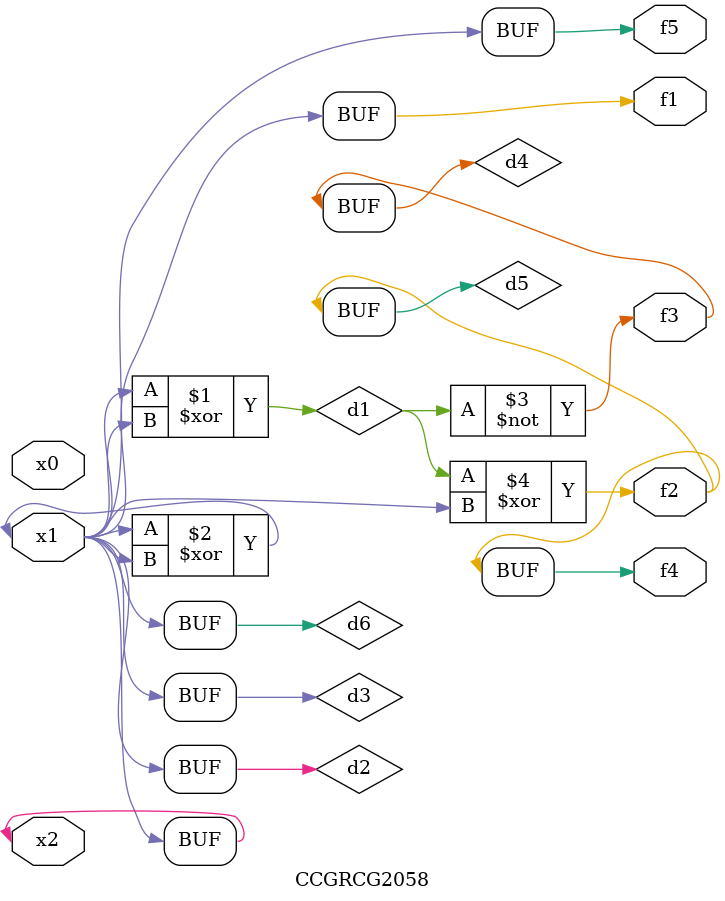
<source format=v>
module CCGRCG2058(
	input x0, x1, x2,
	output f1, f2, f3, f4, f5
);

	wire d1, d2, d3, d4, d5, d6;

	xor (d1, x1, x2);
	buf (d2, x1, x2);
	xor (d3, x1, x2);
	nor (d4, d1);
	xor (d5, d1, d2);
	buf (d6, d2, d3);
	assign f1 = d6;
	assign f2 = d5;
	assign f3 = d4;
	assign f4 = d5;
	assign f5 = d6;
endmodule

</source>
